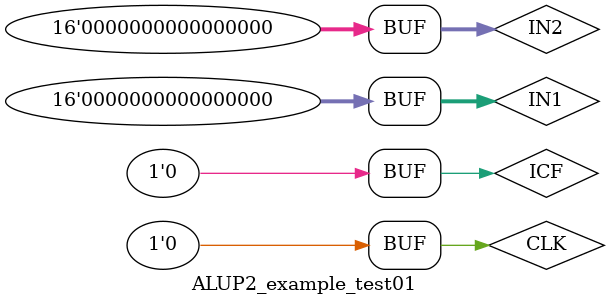
<source format=v>
`timescale 1ns / 1ps


module ALUP2_example_test01;

	// Inputs
	reg CLK;
	reg [15:0] IN1;
	reg [15:0] IN2;
	reg ICF;

	// Outputs
	wire [15:0] OUT;
	wire OCF;
	wire OZF;
	wire ONF;

	// Instantiate the Unit Under Test (UUT)
	ALUP2 uut (
		.CLK(CLK), 
		.IN1(IN1), 
		.IN2(IN2), 
		.ICF(ICF), 
		.OUT(OUT), 
		.OCF(OCF), 
		.OZF(OZF), 
		.ONF(ONF)
	);

	initial begin
		// Initialize Inputs
		CLK = 0;
		IN1 = 0;
		IN2 = 0;
		ICF = 0;

		// Wait 100 ns for global reset to finish
		#100;
    
    // Display settings
    $display("Pipeline ALU example testing");
    $display("IN1 :IN2 :ICF ::OUT :OCF :OZF :ONF ");
    $monitor("%h:%h:%b   ::%h:%b   :%b   :%b   ", uut.IN1, uut.IN2, uut.ICF, uut.OUT, uut.OCF, uut.OZF, uut.ONF);
    
		// Add stimulus here
    IN1 <= 16'h01FF;
    IN2 <= 16'h0102;
    
    #100;
    CLK <= 1'b1;
    
    #100;
    CLK <= 1'b0;
    
    IN1 <= 16'h1F05;
    IN2 <= 16'h0100;
    
    #100;
    CLK <= 1'b1;
    
    #100;
    CLK <= 1'b0;
    
    IN1 <= 16'h0000;
    IN2 <= 16'h0000;
    
    #100;
    CLK <= 1'b1;
    
    #100;
    CLK <= 1'b0;
    
    
    #100;
    CLK <= 1'b1;
    
    #100;
    CLK <= 1'b0;

	end
      
endmodule


</source>
